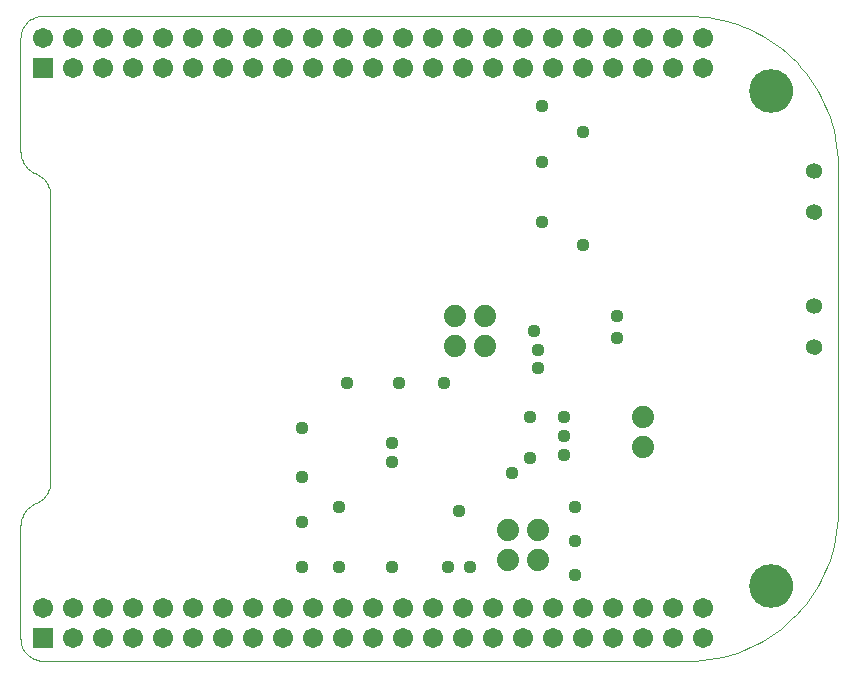
<source format=gts>
G75*
G70*
%OFA0B0*%
%FSLAX24Y24*%
%IPPOS*%
%LPD*%
%AMOC8*
5,1,8,0,0,1.08239X$1,22.5*
%
%ADD10C,0.0000*%
%ADD11C,0.0533*%
%ADD12R,0.0674X0.0674*%
%ADD13C,0.0674*%
%ADD14C,0.1458*%
%ADD15C,0.0740*%
%ADD16C,0.0437*%
D10*
X007250Y003400D02*
X007250Y007150D01*
X007252Y007206D01*
X007258Y007262D01*
X007267Y007318D01*
X007281Y007372D01*
X007298Y007426D01*
X007319Y007478D01*
X007343Y007528D01*
X007371Y007577D01*
X007403Y007624D01*
X007437Y007669D01*
X007474Y007711D01*
X007514Y007750D01*
X007557Y007786D01*
X007602Y007820D01*
X007650Y007850D01*
X007699Y007877D01*
X007750Y007900D01*
X007801Y007923D01*
X007850Y007950D01*
X007898Y007980D01*
X007943Y008014D01*
X007986Y008050D01*
X008026Y008089D01*
X008063Y008131D01*
X008097Y008176D01*
X008129Y008223D01*
X008157Y008272D01*
X008181Y008322D01*
X008202Y008374D01*
X008219Y008428D01*
X008233Y008482D01*
X008242Y008538D01*
X008248Y008594D01*
X008250Y008650D01*
X008250Y018150D01*
X008248Y018206D01*
X008242Y018262D01*
X008233Y018318D01*
X008219Y018372D01*
X008202Y018426D01*
X008181Y018478D01*
X008157Y018528D01*
X008129Y018577D01*
X008097Y018624D01*
X008063Y018669D01*
X008026Y018711D01*
X007986Y018750D01*
X007943Y018786D01*
X007898Y018820D01*
X007850Y018850D01*
X007801Y018877D01*
X007750Y018900D01*
X007699Y018923D01*
X007650Y018950D01*
X007602Y018980D01*
X007557Y019014D01*
X007514Y019050D01*
X007474Y019089D01*
X007437Y019131D01*
X007403Y019176D01*
X007371Y019223D01*
X007343Y019272D01*
X007319Y019322D01*
X007298Y019374D01*
X007281Y019428D01*
X007267Y019482D01*
X007258Y019538D01*
X007252Y019594D01*
X007250Y019650D01*
X007250Y023400D01*
X007252Y023454D01*
X007258Y023507D01*
X007267Y023559D01*
X007280Y023611D01*
X007297Y023662D01*
X007318Y023712D01*
X007342Y023759D01*
X007369Y023805D01*
X007400Y023849D01*
X007433Y023891D01*
X007470Y023930D01*
X007509Y023967D01*
X007551Y024000D01*
X007595Y024031D01*
X007641Y024058D01*
X007688Y024082D01*
X007738Y024103D01*
X007789Y024120D01*
X007841Y024133D01*
X007893Y024142D01*
X007946Y024148D01*
X008000Y024150D01*
X029500Y024150D01*
X031587Y021650D02*
X031589Y021702D01*
X031595Y021754D01*
X031605Y021805D01*
X031618Y021855D01*
X031636Y021905D01*
X031657Y021952D01*
X031681Y021998D01*
X031710Y022042D01*
X031741Y022084D01*
X031775Y022123D01*
X031812Y022160D01*
X031852Y022193D01*
X031895Y022224D01*
X031939Y022251D01*
X031985Y022275D01*
X032034Y022295D01*
X032083Y022311D01*
X032134Y022324D01*
X032185Y022333D01*
X032237Y022338D01*
X032289Y022339D01*
X032341Y022336D01*
X032393Y022329D01*
X032444Y022318D01*
X032494Y022304D01*
X032543Y022285D01*
X032590Y022263D01*
X032635Y022238D01*
X032679Y022209D01*
X032720Y022177D01*
X032759Y022142D01*
X032794Y022104D01*
X032827Y022063D01*
X032857Y022021D01*
X032883Y021976D01*
X032906Y021929D01*
X032925Y021880D01*
X032941Y021830D01*
X032953Y021780D01*
X032961Y021728D01*
X032965Y021676D01*
X032965Y021624D01*
X032961Y021572D01*
X032953Y021520D01*
X032941Y021470D01*
X032925Y021420D01*
X032906Y021371D01*
X032883Y021324D01*
X032857Y021279D01*
X032827Y021237D01*
X032794Y021196D01*
X032759Y021158D01*
X032720Y021123D01*
X032679Y021091D01*
X032635Y021062D01*
X032590Y021037D01*
X032543Y021015D01*
X032494Y020996D01*
X032444Y020982D01*
X032393Y020971D01*
X032341Y020964D01*
X032289Y020961D01*
X032237Y020962D01*
X032185Y020967D01*
X032134Y020976D01*
X032083Y020989D01*
X032034Y021005D01*
X031985Y021025D01*
X031939Y021049D01*
X031895Y021076D01*
X031852Y021107D01*
X031812Y021140D01*
X031775Y021177D01*
X031741Y021216D01*
X031710Y021258D01*
X031681Y021302D01*
X031657Y021348D01*
X031636Y021395D01*
X031618Y021445D01*
X031605Y021495D01*
X031595Y021546D01*
X031589Y021598D01*
X031587Y021650D01*
X029500Y024150D02*
X029738Y024144D01*
X029975Y024127D01*
X030212Y024099D01*
X030446Y024060D01*
X030679Y024009D01*
X030909Y023947D01*
X031135Y023875D01*
X031358Y023792D01*
X031577Y023698D01*
X031791Y023594D01*
X032000Y023480D01*
X032203Y023356D01*
X032400Y023223D01*
X032591Y023080D01*
X032774Y022929D01*
X032950Y022769D01*
X033119Y022600D01*
X033279Y022424D01*
X033430Y022241D01*
X033573Y022050D01*
X033706Y021853D01*
X033830Y021650D01*
X033944Y021441D01*
X034048Y021227D01*
X034142Y021008D01*
X034225Y020785D01*
X034297Y020559D01*
X034359Y020329D01*
X034410Y020096D01*
X034449Y019862D01*
X034477Y019625D01*
X034494Y019388D01*
X034500Y019150D01*
X034500Y007650D01*
X031587Y005150D02*
X031589Y005202D01*
X031595Y005254D01*
X031605Y005305D01*
X031618Y005355D01*
X031636Y005405D01*
X031657Y005452D01*
X031681Y005498D01*
X031710Y005542D01*
X031741Y005584D01*
X031775Y005623D01*
X031812Y005660D01*
X031852Y005693D01*
X031895Y005724D01*
X031939Y005751D01*
X031985Y005775D01*
X032034Y005795D01*
X032083Y005811D01*
X032134Y005824D01*
X032185Y005833D01*
X032237Y005838D01*
X032289Y005839D01*
X032341Y005836D01*
X032393Y005829D01*
X032444Y005818D01*
X032494Y005804D01*
X032543Y005785D01*
X032590Y005763D01*
X032635Y005738D01*
X032679Y005709D01*
X032720Y005677D01*
X032759Y005642D01*
X032794Y005604D01*
X032827Y005563D01*
X032857Y005521D01*
X032883Y005476D01*
X032906Y005429D01*
X032925Y005380D01*
X032941Y005330D01*
X032953Y005280D01*
X032961Y005228D01*
X032965Y005176D01*
X032965Y005124D01*
X032961Y005072D01*
X032953Y005020D01*
X032941Y004970D01*
X032925Y004920D01*
X032906Y004871D01*
X032883Y004824D01*
X032857Y004779D01*
X032827Y004737D01*
X032794Y004696D01*
X032759Y004658D01*
X032720Y004623D01*
X032679Y004591D01*
X032635Y004562D01*
X032590Y004537D01*
X032543Y004515D01*
X032494Y004496D01*
X032444Y004482D01*
X032393Y004471D01*
X032341Y004464D01*
X032289Y004461D01*
X032237Y004462D01*
X032185Y004467D01*
X032134Y004476D01*
X032083Y004489D01*
X032034Y004505D01*
X031985Y004525D01*
X031939Y004549D01*
X031895Y004576D01*
X031852Y004607D01*
X031812Y004640D01*
X031775Y004677D01*
X031741Y004716D01*
X031710Y004758D01*
X031681Y004802D01*
X031657Y004848D01*
X031636Y004895D01*
X031618Y004945D01*
X031605Y004995D01*
X031595Y005046D01*
X031589Y005098D01*
X031587Y005150D01*
X029500Y002650D02*
X008000Y002650D01*
X007946Y002652D01*
X007893Y002658D01*
X007841Y002667D01*
X007789Y002680D01*
X007738Y002697D01*
X007688Y002718D01*
X007641Y002742D01*
X007595Y002769D01*
X007551Y002800D01*
X007509Y002833D01*
X007470Y002870D01*
X007433Y002909D01*
X007400Y002951D01*
X007369Y002995D01*
X007342Y003041D01*
X007318Y003088D01*
X007297Y003138D01*
X007280Y003189D01*
X007267Y003241D01*
X007258Y003293D01*
X007252Y003346D01*
X007250Y003400D01*
X029500Y002650D02*
X029738Y002656D01*
X029975Y002673D01*
X030212Y002701D01*
X030446Y002740D01*
X030679Y002791D01*
X030909Y002853D01*
X031135Y002925D01*
X031358Y003008D01*
X031577Y003102D01*
X031791Y003206D01*
X032000Y003320D01*
X032203Y003444D01*
X032400Y003577D01*
X032591Y003720D01*
X032774Y003871D01*
X032950Y004031D01*
X033119Y004200D01*
X033279Y004376D01*
X033430Y004559D01*
X033573Y004750D01*
X033706Y004947D01*
X033830Y005150D01*
X033944Y005359D01*
X034048Y005573D01*
X034142Y005792D01*
X034225Y006015D01*
X034297Y006241D01*
X034359Y006471D01*
X034410Y006704D01*
X034449Y006938D01*
X034477Y007175D01*
X034494Y007412D01*
X034500Y007650D01*
X033487Y013111D02*
X033489Y013140D01*
X033495Y013169D01*
X033504Y013197D01*
X033517Y013224D01*
X033534Y013249D01*
X033553Y013271D01*
X033575Y013290D01*
X033600Y013307D01*
X033627Y013320D01*
X033655Y013329D01*
X033684Y013335D01*
X033713Y013337D01*
X033742Y013335D01*
X033771Y013329D01*
X033799Y013320D01*
X033826Y013307D01*
X033851Y013290D01*
X033873Y013271D01*
X033892Y013249D01*
X033909Y013224D01*
X033922Y013197D01*
X033931Y013169D01*
X033937Y013140D01*
X033939Y013111D01*
X033937Y013082D01*
X033931Y013053D01*
X033922Y013025D01*
X033909Y012998D01*
X033892Y012973D01*
X033873Y012951D01*
X033851Y012932D01*
X033826Y012915D01*
X033799Y012902D01*
X033771Y012893D01*
X033742Y012887D01*
X033713Y012885D01*
X033684Y012887D01*
X033655Y012893D01*
X033627Y012902D01*
X033600Y012915D01*
X033575Y012932D01*
X033553Y012951D01*
X033534Y012973D01*
X033517Y012998D01*
X033504Y013025D01*
X033495Y013053D01*
X033489Y013082D01*
X033487Y013111D01*
X033487Y014489D02*
X033489Y014518D01*
X033495Y014547D01*
X033504Y014575D01*
X033517Y014602D01*
X033534Y014627D01*
X033553Y014649D01*
X033575Y014668D01*
X033600Y014685D01*
X033627Y014698D01*
X033655Y014707D01*
X033684Y014713D01*
X033713Y014715D01*
X033742Y014713D01*
X033771Y014707D01*
X033799Y014698D01*
X033826Y014685D01*
X033851Y014668D01*
X033873Y014649D01*
X033892Y014627D01*
X033909Y014602D01*
X033922Y014575D01*
X033931Y014547D01*
X033937Y014518D01*
X033939Y014489D01*
X033937Y014460D01*
X033931Y014431D01*
X033922Y014403D01*
X033909Y014376D01*
X033892Y014351D01*
X033873Y014329D01*
X033851Y014310D01*
X033826Y014293D01*
X033799Y014280D01*
X033771Y014271D01*
X033742Y014265D01*
X033713Y014263D01*
X033684Y014265D01*
X033655Y014271D01*
X033627Y014280D01*
X033600Y014293D01*
X033575Y014310D01*
X033553Y014329D01*
X033534Y014351D01*
X033517Y014376D01*
X033504Y014403D01*
X033495Y014431D01*
X033489Y014460D01*
X033487Y014489D01*
X033487Y017611D02*
X033489Y017640D01*
X033495Y017669D01*
X033504Y017697D01*
X033517Y017724D01*
X033534Y017749D01*
X033553Y017771D01*
X033575Y017790D01*
X033600Y017807D01*
X033627Y017820D01*
X033655Y017829D01*
X033684Y017835D01*
X033713Y017837D01*
X033742Y017835D01*
X033771Y017829D01*
X033799Y017820D01*
X033826Y017807D01*
X033851Y017790D01*
X033873Y017771D01*
X033892Y017749D01*
X033909Y017724D01*
X033922Y017697D01*
X033931Y017669D01*
X033937Y017640D01*
X033939Y017611D01*
X033937Y017582D01*
X033931Y017553D01*
X033922Y017525D01*
X033909Y017498D01*
X033892Y017473D01*
X033873Y017451D01*
X033851Y017432D01*
X033826Y017415D01*
X033799Y017402D01*
X033771Y017393D01*
X033742Y017387D01*
X033713Y017385D01*
X033684Y017387D01*
X033655Y017393D01*
X033627Y017402D01*
X033600Y017415D01*
X033575Y017432D01*
X033553Y017451D01*
X033534Y017473D01*
X033517Y017498D01*
X033504Y017525D01*
X033495Y017553D01*
X033489Y017582D01*
X033487Y017611D01*
X033487Y018989D02*
X033489Y019018D01*
X033495Y019047D01*
X033504Y019075D01*
X033517Y019102D01*
X033534Y019127D01*
X033553Y019149D01*
X033575Y019168D01*
X033600Y019185D01*
X033627Y019198D01*
X033655Y019207D01*
X033684Y019213D01*
X033713Y019215D01*
X033742Y019213D01*
X033771Y019207D01*
X033799Y019198D01*
X033826Y019185D01*
X033851Y019168D01*
X033873Y019149D01*
X033892Y019127D01*
X033909Y019102D01*
X033922Y019075D01*
X033931Y019047D01*
X033937Y019018D01*
X033939Y018989D01*
X033937Y018960D01*
X033931Y018931D01*
X033922Y018903D01*
X033909Y018876D01*
X033892Y018851D01*
X033873Y018829D01*
X033851Y018810D01*
X033826Y018793D01*
X033799Y018780D01*
X033771Y018771D01*
X033742Y018765D01*
X033713Y018763D01*
X033684Y018765D01*
X033655Y018771D01*
X033627Y018780D01*
X033600Y018793D01*
X033575Y018810D01*
X033553Y018829D01*
X033534Y018851D01*
X033517Y018876D01*
X033504Y018903D01*
X033495Y018931D01*
X033489Y018960D01*
X033487Y018989D01*
D11*
X033713Y018989D03*
X033713Y017611D03*
X033713Y014489D03*
X033713Y013111D03*
D12*
X008000Y022400D03*
X008000Y003400D03*
D13*
X009000Y003400D03*
X010000Y003400D03*
X011000Y003400D03*
X012000Y003400D03*
X013000Y003400D03*
X014000Y003400D03*
X015000Y003400D03*
X016000Y003400D03*
X017000Y003400D03*
X018000Y003400D03*
X019000Y003400D03*
X020000Y003400D03*
X021000Y003400D03*
X022000Y003400D03*
X023000Y003400D03*
X024000Y003400D03*
X025000Y003400D03*
X026000Y003400D03*
X027000Y003400D03*
X028000Y003400D03*
X029000Y003400D03*
X030000Y003400D03*
X030000Y004400D03*
X029000Y004400D03*
X028000Y004400D03*
X027000Y004400D03*
X026000Y004400D03*
X025000Y004400D03*
X024000Y004400D03*
X023000Y004400D03*
X022000Y004400D03*
X021000Y004400D03*
X020000Y004400D03*
X019000Y004400D03*
X018000Y004400D03*
X017000Y004400D03*
X016000Y004400D03*
X015000Y004400D03*
X014000Y004400D03*
X013000Y004400D03*
X012000Y004400D03*
X011000Y004400D03*
X010000Y004400D03*
X009000Y004400D03*
X008000Y004400D03*
X009000Y022400D03*
X010000Y022400D03*
X011000Y022400D03*
X012000Y022400D03*
X013000Y022400D03*
X014000Y022400D03*
X015000Y022400D03*
X016000Y022400D03*
X017000Y022400D03*
X018000Y022400D03*
X019000Y022400D03*
X020000Y022400D03*
X021000Y022400D03*
X022000Y022400D03*
X023000Y022400D03*
X024000Y022400D03*
X025000Y022400D03*
X026000Y022400D03*
X027000Y022400D03*
X028000Y022400D03*
X029000Y022400D03*
X030000Y022400D03*
X030000Y023400D03*
X029000Y023400D03*
X028000Y023400D03*
X027000Y023400D03*
X026000Y023400D03*
X025000Y023400D03*
X024000Y023400D03*
X023000Y023400D03*
X022000Y023400D03*
X021000Y023400D03*
X020000Y023400D03*
X019000Y023400D03*
X018000Y023400D03*
X017000Y023400D03*
X016000Y023400D03*
X015000Y023400D03*
X014000Y023400D03*
X013000Y023400D03*
X012000Y023400D03*
X011000Y023400D03*
X010000Y023400D03*
X009000Y023400D03*
X008000Y023400D03*
D14*
X032276Y021650D03*
X032276Y005150D03*
D15*
X028000Y009775D03*
X028000Y010775D03*
X024500Y007025D03*
X023500Y007025D03*
X023500Y006025D03*
X024500Y006025D03*
X022750Y013150D03*
X021750Y013150D03*
X021750Y014150D03*
X022750Y014150D03*
D16*
X024375Y013650D03*
X024500Y013025D03*
X024500Y012400D03*
X024250Y010775D03*
X025375Y010775D03*
X025375Y010150D03*
X025375Y009525D03*
X024250Y009400D03*
X023625Y008900D03*
X021875Y007650D03*
X019625Y009275D03*
X019625Y009900D03*
X019875Y011900D03*
X018125Y011900D03*
X016625Y010400D03*
X016625Y008775D03*
X017875Y007775D03*
X016625Y007275D03*
X016625Y005775D03*
X017875Y005775D03*
X019625Y005775D03*
X021500Y005775D03*
X022250Y005775D03*
X025750Y005525D03*
X025750Y006650D03*
X025750Y007775D03*
X021375Y011900D03*
X027125Y013400D03*
X027125Y014150D03*
X026000Y016525D03*
X024625Y017275D03*
X024625Y019275D03*
X026000Y020275D03*
X024625Y021150D03*
M02*

</source>
